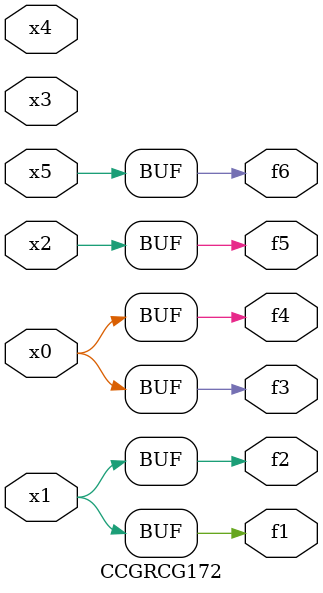
<source format=v>
module CCGRCG172(
	input x0, x1, x2, x3, x4, x5,
	output f1, f2, f3, f4, f5, f6
);
	assign f1 = x1;
	assign f2 = x1;
	assign f3 = x0;
	assign f4 = x0;
	assign f5 = x2;
	assign f6 = x5;
endmodule

</source>
